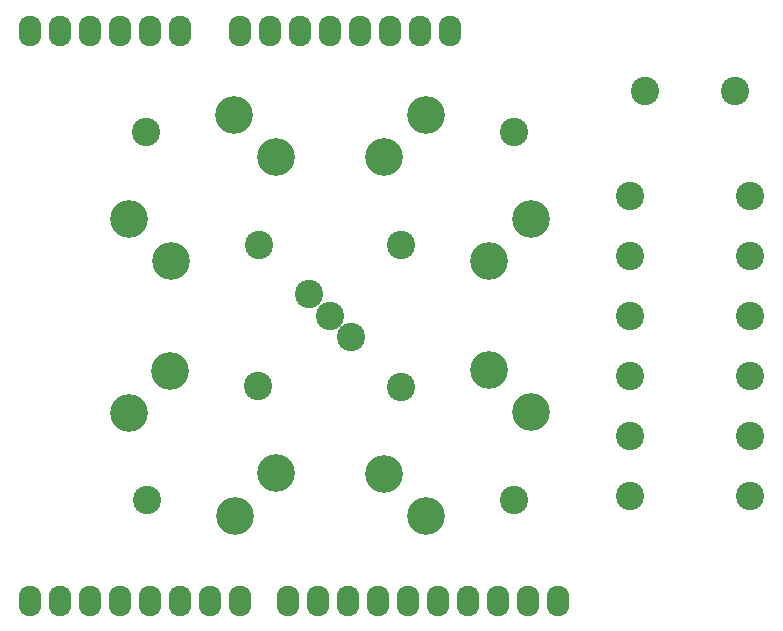
<source format=gbr>
G04 #@! TF.FileFunction,Soldermask,Bot*
%FSLAX46Y46*%
G04 Gerber Fmt 4.6, Leading zero omitted, Abs format (unit mm)*
G04 Created by KiCad (PCBNEW 4.0.7) date 05/29/18 16:24:36*
%MOMM*%
%LPD*%
G01*
G04 APERTURE LIST*
%ADD10C,0.100000*%
%ADD11O,1.924000X2.599640*%
%ADD12O,1.924000X2.597100*%
%ADD13C,2.400000*%
%ADD14C,3.200000*%
G04 APERTURE END LIST*
D10*
D11*
X156210000Y-81280000D03*
X153670000Y-81280000D03*
X151130000Y-81280000D03*
X148590000Y-81280000D03*
X146050000Y-81280000D03*
X143510000Y-81280000D03*
X140970000Y-81280000D03*
X138430000Y-81280000D03*
X133350000Y-81280000D03*
X130810000Y-81280000D03*
X128270000Y-81280000D03*
X125730000Y-81280000D03*
X123190000Y-81280000D03*
X120650000Y-81280000D03*
D12*
X120650000Y-129540000D03*
X123190000Y-129540000D03*
X125730000Y-129540000D03*
X128270000Y-129540000D03*
X130810000Y-129540000D03*
X133350000Y-129540000D03*
X135890000Y-129540000D03*
X138430000Y-129540000D03*
X142494000Y-129540000D03*
X145034000Y-129540000D03*
X147574000Y-129540000D03*
X150114000Y-129540000D03*
X152654000Y-129540000D03*
X155194000Y-129540000D03*
X157734000Y-129540000D03*
X160271460Y-129540000D03*
X162814000Y-129540000D03*
X165354000Y-129540000D03*
D13*
X172730000Y-86360000D03*
X180330000Y-86360000D03*
X146050000Y-105410000D03*
X147846051Y-107206051D03*
X144253949Y-103613949D03*
X171450000Y-120650000D03*
X181610000Y-120650000D03*
X171450000Y-115570000D03*
X181610000Y-115570000D03*
X171450000Y-110490000D03*
X181610000Y-110490000D03*
X171450000Y-105410000D03*
X181610000Y-105410000D03*
X171450000Y-100330000D03*
X181610000Y-100330000D03*
X171450000Y-95250000D03*
X181610000Y-95250000D03*
D14*
X129067816Y-97266650D03*
X132603350Y-100802184D03*
X141442184Y-91963350D03*
X137906650Y-88427816D03*
D13*
X140027971Y-99387971D03*
X130482029Y-89842029D03*
D14*
X138014228Y-122344964D03*
X141487520Y-118748265D03*
X132495772Y-110065036D03*
X129022480Y-113661735D03*
D13*
X139943944Y-111349456D03*
X130566056Y-121060544D03*
D14*
X163032184Y-113553350D03*
X159496650Y-110017816D03*
X150657816Y-118856650D03*
X154193350Y-122392184D03*
D13*
X152072029Y-111432029D03*
X161617971Y-120977971D03*
D14*
X154193350Y-88427816D03*
X150657816Y-91963350D03*
X159496650Y-100802184D03*
X163032184Y-97266650D03*
D13*
X152072029Y-99387971D03*
X161617971Y-89842029D03*
M02*

</source>
